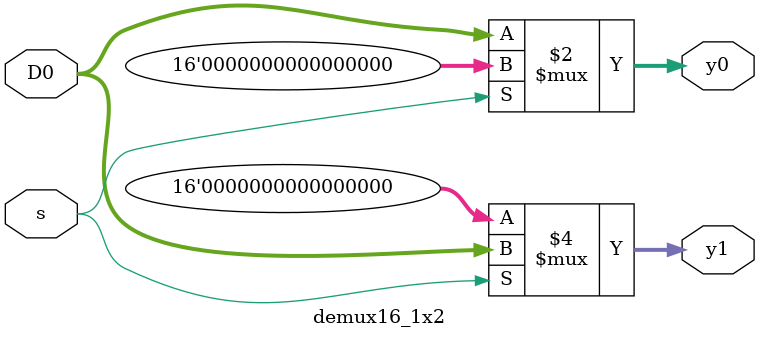
<source format=v>
module demux16_1x2 (D0,s,y0,y1);
	input [15:0]D0	;
	input s;
	output [15:0]y0,y1;

	assign y0 = (s == 0)? D0 : 16'b00;
	assign y1 = (s == 1)? D0 : 16'b00;
endmodule

</source>
